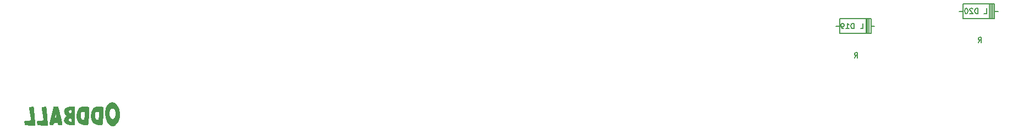
<source format=gbr>
G04 #@! TF.GenerationSoftware,KiCad,Pcbnew,(5.1.0)-1*
G04 #@! TF.CreationDate,2020-09-20T23:01:35+10:00*
G04 #@! TF.ProjectId,oddball,6f646462-616c-46c2-9e6b-696361645f70,rev?*
G04 #@! TF.SameCoordinates,Original*
G04 #@! TF.FileFunction,Legend,Bot*
G04 #@! TF.FilePolarity,Positive*
%FSLAX46Y46*%
G04 Gerber Fmt 4.6, Leading zero omitted, Abs format (unit mm)*
G04 Created by KiCad (PCBNEW (5.1.0)-1) date 2020-09-20 23:01:35*
%MOMM*%
%LPD*%
G04 APERTURE LIST*
%ADD10C,0.203200*%
%ADD11C,0.150000*%
%ADD12C,0.010000*%
G04 APERTURE END LIST*
D10*
X212863000Y-99370000D02*
X213434500Y-99370000D01*
X208037000Y-99370000D02*
X207465500Y-99370000D01*
X208037000Y-98227000D02*
X208037000Y-100513000D01*
X212863000Y-100513000D02*
X212863000Y-98227000D01*
X208037000Y-100513000D02*
X212863000Y-100513000D01*
X212863000Y-98227000D02*
X208037000Y-98227000D01*
D11*
X212600000Y-100470000D02*
X212600000Y-98270000D01*
X212100000Y-100520000D02*
X212100000Y-98320000D01*
X212350000Y-98320000D02*
X212350000Y-100520000D01*
D10*
X231883000Y-97060000D02*
X232454500Y-97060000D01*
X227057000Y-97060000D02*
X226485500Y-97060000D01*
X227057000Y-95917000D02*
X227057000Y-98203000D01*
X231883000Y-98203000D02*
X231883000Y-95917000D01*
X227057000Y-98203000D02*
X231883000Y-98203000D01*
X231883000Y-95917000D02*
X227057000Y-95917000D01*
D11*
X231620000Y-98160000D02*
X231620000Y-95960000D01*
X231120000Y-98210000D02*
X231120000Y-96010000D01*
X231370000Y-96010000D02*
X231370000Y-98210000D01*
D12*
G36*
X89878596Y-111800639D02*
G01*
X89875166Y-111800709D01*
X89763810Y-111805699D01*
X89655353Y-111815810D01*
X89550448Y-111830825D01*
X89449747Y-111850527D01*
X89353904Y-111874701D01*
X89263572Y-111903130D01*
X89179404Y-111935597D01*
X89102052Y-111971886D01*
X89032169Y-112011781D01*
X88970409Y-112055066D01*
X88917424Y-112101523D01*
X88894592Y-112125686D01*
X88844911Y-112188636D01*
X88804855Y-112254245D01*
X88774213Y-112323079D01*
X88752771Y-112395703D01*
X88740319Y-112472682D01*
X88736621Y-112546862D01*
X88740679Y-112628800D01*
X88753355Y-112706755D01*
X88774976Y-112781702D01*
X88805865Y-112854615D01*
X88846349Y-112926465D01*
X88879945Y-112975793D01*
X88890145Y-112988380D01*
X88906465Y-113006779D01*
X88927724Y-113029736D01*
X88952741Y-113055999D01*
X88980333Y-113084315D01*
X89009319Y-113113431D01*
X89016101Y-113120150D01*
X89126781Y-113229521D01*
X89040280Y-113323350D01*
X88991062Y-113377539D01*
X88948618Y-113426128D01*
X88912109Y-113470243D01*
X88880693Y-113511011D01*
X88853534Y-113549560D01*
X88829789Y-113587016D01*
X88808621Y-113624507D01*
X88792910Y-113655422D01*
X88765684Y-113717054D01*
X88746115Y-113774923D01*
X88733690Y-113831302D01*
X88727894Y-113888465D01*
X88727944Y-113942960D01*
X88733362Y-114002094D01*
X88744700Y-114058021D01*
X88762535Y-114112027D01*
X88787447Y-114165397D01*
X88820014Y-114219419D01*
X88860815Y-114275378D01*
X88897584Y-114319875D01*
X88955227Y-114378976D01*
X89020610Y-114431717D01*
X89093772Y-114478116D01*
X89174749Y-114518187D01*
X89263580Y-114551947D01*
X89360302Y-114579412D01*
X89464955Y-114600597D01*
X89577575Y-114615519D01*
X89607740Y-114618338D01*
X89639154Y-114620315D01*
X89679612Y-114621693D01*
X89728018Y-114622481D01*
X89783274Y-114622686D01*
X89844284Y-114622317D01*
X89909950Y-114621382D01*
X89979175Y-114619888D01*
X90050862Y-114617844D01*
X90123914Y-114615257D01*
X90144950Y-114614417D01*
X90331640Y-114606766D01*
X90331640Y-114093720D01*
X89869314Y-114093720D01*
X89869196Y-114129047D01*
X89868622Y-114159159D01*
X89867565Y-114182907D01*
X89865998Y-114199141D01*
X89863893Y-114206709D01*
X89863188Y-114207120D01*
X89856447Y-114206194D01*
X89841412Y-114203619D01*
X89819757Y-114199699D01*
X89793160Y-114194737D01*
X89763296Y-114189036D01*
X89763155Y-114189008D01*
X89697958Y-114175366D01*
X89641748Y-114161206D01*
X89593352Y-114146113D01*
X89551597Y-114129669D01*
X89515309Y-114111458D01*
X89483317Y-114091064D01*
X89479410Y-114088229D01*
X89442696Y-114055565D01*
X89415015Y-114018396D01*
X89396395Y-113976920D01*
X89386862Y-113931334D01*
X89386445Y-113881836D01*
X89395170Y-113828623D01*
X89413064Y-113771893D01*
X89430373Y-113731640D01*
X89450533Y-113697777D01*
X89476684Y-113669379D01*
X89509518Y-113646064D01*
X89549723Y-113627446D01*
X89597991Y-113613141D01*
X89655012Y-113602765D01*
X89663942Y-113601577D01*
X89712342Y-113598835D01*
X89756114Y-113603335D01*
X89793995Y-113614918D01*
X89802463Y-113618937D01*
X89819073Y-113628770D01*
X89830989Y-113639783D01*
X89839413Y-113654134D01*
X89845547Y-113673980D01*
X89850592Y-113701478D01*
X89851380Y-113706740D01*
X89854330Y-113730942D01*
X89857095Y-113761434D01*
X89859649Y-113797064D01*
X89861963Y-113836681D01*
X89864012Y-113879136D01*
X89865767Y-113923279D01*
X89867202Y-113967959D01*
X89868290Y-114012026D01*
X89869003Y-114054330D01*
X89869314Y-114093720D01*
X90331640Y-114093720D01*
X90331640Y-112474278D01*
X89866779Y-112474278D01*
X89866572Y-112511248D01*
X89865872Y-112548084D01*
X89864681Y-112583073D01*
X89863000Y-112614503D01*
X89860831Y-112640659D01*
X89860044Y-112647560D01*
X89853842Y-112691640D01*
X89847088Y-112726724D01*
X89839305Y-112753973D01*
X89830018Y-112774549D01*
X89818752Y-112789614D01*
X89805030Y-112800332D01*
X89795584Y-112805090D01*
X89758510Y-112817408D01*
X89712741Y-112826252D01*
X89658004Y-112831657D01*
X89594026Y-112833658D01*
X89574720Y-112833616D01*
X89544399Y-112833163D01*
X89522214Y-112832256D01*
X89506145Y-112830662D01*
X89494172Y-112828148D01*
X89484273Y-112824484D01*
X89480791Y-112822820D01*
X89466214Y-112812497D01*
X89453267Y-112796428D01*
X89441410Y-112773549D01*
X89430108Y-112742796D01*
X89418821Y-112703103D01*
X89417319Y-112697198D01*
X89402819Y-112630101D01*
X89395001Y-112570397D01*
X89393884Y-112517808D01*
X89399485Y-112472059D01*
X89411824Y-112432870D01*
X89430920Y-112399966D01*
X89438097Y-112391132D01*
X89467718Y-112364269D01*
X89506237Y-112340792D01*
X89552861Y-112321044D01*
X89606794Y-112305365D01*
X89661903Y-112294871D01*
X89698802Y-112289976D01*
X89728375Y-112287585D01*
X89753143Y-112287695D01*
X89775628Y-112290305D01*
X89795903Y-112294766D01*
X89825203Y-112306084D01*
X89846257Y-112322861D01*
X89859693Y-112345611D01*
X89860353Y-112347407D01*
X89862639Y-112359340D01*
X89864422Y-112379707D01*
X89865706Y-112406795D01*
X89866491Y-112438890D01*
X89866779Y-112474278D01*
X90331640Y-112474278D01*
X90331640Y-111845734D01*
X90295628Y-111837543D01*
X90230266Y-111824027D01*
X90166216Y-111813717D01*
X90101252Y-111806418D01*
X90033146Y-111801936D01*
X89959669Y-111800074D01*
X89878596Y-111800639D01*
X89878596Y-111800639D01*
G37*
X89878596Y-111800639D02*
X89875166Y-111800709D01*
X89763810Y-111805699D01*
X89655353Y-111815810D01*
X89550448Y-111830825D01*
X89449747Y-111850527D01*
X89353904Y-111874701D01*
X89263572Y-111903130D01*
X89179404Y-111935597D01*
X89102052Y-111971886D01*
X89032169Y-112011781D01*
X88970409Y-112055066D01*
X88917424Y-112101523D01*
X88894592Y-112125686D01*
X88844911Y-112188636D01*
X88804855Y-112254245D01*
X88774213Y-112323079D01*
X88752771Y-112395703D01*
X88740319Y-112472682D01*
X88736621Y-112546862D01*
X88740679Y-112628800D01*
X88753355Y-112706755D01*
X88774976Y-112781702D01*
X88805865Y-112854615D01*
X88846349Y-112926465D01*
X88879945Y-112975793D01*
X88890145Y-112988380D01*
X88906465Y-113006779D01*
X88927724Y-113029736D01*
X88952741Y-113055999D01*
X88980333Y-113084315D01*
X89009319Y-113113431D01*
X89016101Y-113120150D01*
X89126781Y-113229521D01*
X89040280Y-113323350D01*
X88991062Y-113377539D01*
X88948618Y-113426128D01*
X88912109Y-113470243D01*
X88880693Y-113511011D01*
X88853534Y-113549560D01*
X88829789Y-113587016D01*
X88808621Y-113624507D01*
X88792910Y-113655422D01*
X88765684Y-113717054D01*
X88746115Y-113774923D01*
X88733690Y-113831302D01*
X88727894Y-113888465D01*
X88727944Y-113942960D01*
X88733362Y-114002094D01*
X88744700Y-114058021D01*
X88762535Y-114112027D01*
X88787447Y-114165397D01*
X88820014Y-114219419D01*
X88860815Y-114275378D01*
X88897584Y-114319875D01*
X88955227Y-114378976D01*
X89020610Y-114431717D01*
X89093772Y-114478116D01*
X89174749Y-114518187D01*
X89263580Y-114551947D01*
X89360302Y-114579412D01*
X89464955Y-114600597D01*
X89577575Y-114615519D01*
X89607740Y-114618338D01*
X89639154Y-114620315D01*
X89679612Y-114621693D01*
X89728018Y-114622481D01*
X89783274Y-114622686D01*
X89844284Y-114622317D01*
X89909950Y-114621382D01*
X89979175Y-114619888D01*
X90050862Y-114617844D01*
X90123914Y-114615257D01*
X90144950Y-114614417D01*
X90331640Y-114606766D01*
X90331640Y-114093720D01*
X89869314Y-114093720D01*
X89869196Y-114129047D01*
X89868622Y-114159159D01*
X89867565Y-114182907D01*
X89865998Y-114199141D01*
X89863893Y-114206709D01*
X89863188Y-114207120D01*
X89856447Y-114206194D01*
X89841412Y-114203619D01*
X89819757Y-114199699D01*
X89793160Y-114194737D01*
X89763296Y-114189036D01*
X89763155Y-114189008D01*
X89697958Y-114175366D01*
X89641748Y-114161206D01*
X89593352Y-114146113D01*
X89551597Y-114129669D01*
X89515309Y-114111458D01*
X89483317Y-114091064D01*
X89479410Y-114088229D01*
X89442696Y-114055565D01*
X89415015Y-114018396D01*
X89396395Y-113976920D01*
X89386862Y-113931334D01*
X89386445Y-113881836D01*
X89395170Y-113828623D01*
X89413064Y-113771893D01*
X89430373Y-113731640D01*
X89450533Y-113697777D01*
X89476684Y-113669379D01*
X89509518Y-113646064D01*
X89549723Y-113627446D01*
X89597991Y-113613141D01*
X89655012Y-113602765D01*
X89663942Y-113601577D01*
X89712342Y-113598835D01*
X89756114Y-113603335D01*
X89793995Y-113614918D01*
X89802463Y-113618937D01*
X89819073Y-113628770D01*
X89830989Y-113639783D01*
X89839413Y-113654134D01*
X89845547Y-113673980D01*
X89850592Y-113701478D01*
X89851380Y-113706740D01*
X89854330Y-113730942D01*
X89857095Y-113761434D01*
X89859649Y-113797064D01*
X89861963Y-113836681D01*
X89864012Y-113879136D01*
X89865767Y-113923279D01*
X89867202Y-113967959D01*
X89868290Y-114012026D01*
X89869003Y-114054330D01*
X89869314Y-114093720D01*
X90331640Y-114093720D01*
X90331640Y-112474278D01*
X89866779Y-112474278D01*
X89866572Y-112511248D01*
X89865872Y-112548084D01*
X89864681Y-112583073D01*
X89863000Y-112614503D01*
X89860831Y-112640659D01*
X89860044Y-112647560D01*
X89853842Y-112691640D01*
X89847088Y-112726724D01*
X89839305Y-112753973D01*
X89830018Y-112774549D01*
X89818752Y-112789614D01*
X89805030Y-112800332D01*
X89795584Y-112805090D01*
X89758510Y-112817408D01*
X89712741Y-112826252D01*
X89658004Y-112831657D01*
X89594026Y-112833658D01*
X89574720Y-112833616D01*
X89544399Y-112833163D01*
X89522214Y-112832256D01*
X89506145Y-112830662D01*
X89494172Y-112828148D01*
X89484273Y-112824484D01*
X89480791Y-112822820D01*
X89466214Y-112812497D01*
X89453267Y-112796428D01*
X89441410Y-112773549D01*
X89430108Y-112742796D01*
X89418821Y-112703103D01*
X89417319Y-112697198D01*
X89402819Y-112630101D01*
X89395001Y-112570397D01*
X89393884Y-112517808D01*
X89399485Y-112472059D01*
X89411824Y-112432870D01*
X89430920Y-112399966D01*
X89438097Y-112391132D01*
X89467718Y-112364269D01*
X89506237Y-112340792D01*
X89552861Y-112321044D01*
X89606794Y-112305365D01*
X89661903Y-112294871D01*
X89698802Y-112289976D01*
X89728375Y-112287585D01*
X89753143Y-112287695D01*
X89775628Y-112290305D01*
X89795903Y-112294766D01*
X89825203Y-112306084D01*
X89846257Y-112322861D01*
X89859693Y-112345611D01*
X89860353Y-112347407D01*
X89862639Y-112359340D01*
X89864422Y-112379707D01*
X89865706Y-112406795D01*
X89866491Y-112438890D01*
X89866779Y-112474278D01*
X90331640Y-112474278D01*
X90331640Y-111845734D01*
X90295628Y-111837543D01*
X90230266Y-111824027D01*
X90166216Y-111813717D01*
X90101252Y-111806418D01*
X90033146Y-111801936D01*
X89959669Y-111800074D01*
X89878596Y-111800639D01*
G36*
X87565403Y-111791120D02*
G01*
X87513686Y-111794648D01*
X87463175Y-111799037D01*
X87435198Y-111801849D01*
X87402336Y-111805468D01*
X87366082Y-111809699D01*
X87327932Y-111814346D01*
X87289381Y-111819214D01*
X87251923Y-111824109D01*
X87217053Y-111828833D01*
X87186265Y-111833193D01*
X87161055Y-111836992D01*
X87142916Y-111840035D01*
X87133344Y-111842128D01*
X87133240Y-111842162D01*
X87128445Y-111847861D01*
X87123500Y-111859697D01*
X87122369Y-111863530D01*
X87109594Y-111911301D01*
X87094774Y-111967329D01*
X87078091Y-112030899D01*
X87059727Y-112101294D01*
X87039863Y-112177800D01*
X87018680Y-112259700D01*
X86996362Y-112346279D01*
X86973088Y-112436822D01*
X86949042Y-112530612D01*
X86924403Y-112626934D01*
X86899356Y-112725072D01*
X86874080Y-112824311D01*
X86848757Y-112923935D01*
X86823570Y-113023229D01*
X86798700Y-113121476D01*
X86774328Y-113217962D01*
X86750637Y-113311970D01*
X86727807Y-113402784D01*
X86706021Y-113489690D01*
X86685460Y-113571972D01*
X86666306Y-113648913D01*
X86648741Y-113719799D01*
X86632945Y-113783913D01*
X86619102Y-113840540D01*
X86607392Y-113888964D01*
X86597998Y-113928470D01*
X86595797Y-113937880D01*
X86572400Y-114040733D01*
X86552334Y-114134009D01*
X86535596Y-114217729D01*
X86522182Y-114291914D01*
X86512088Y-114356584D01*
X86505312Y-114411759D01*
X86501848Y-114457461D01*
X86501354Y-114478208D01*
X86502411Y-114511357D01*
X86506188Y-114536553D01*
X86513531Y-114555828D01*
X86525280Y-114571212D01*
X86542280Y-114584737D01*
X86546768Y-114587640D01*
X86572425Y-114601491D01*
X86601252Y-114612396D01*
X86634544Y-114620587D01*
X86673601Y-114626296D01*
X86719717Y-114629753D01*
X86774192Y-114631192D01*
X86790880Y-114631265D01*
X86826235Y-114631168D01*
X86853341Y-114630743D01*
X86874106Y-114629828D01*
X86890441Y-114628263D01*
X86904255Y-114625888D01*
X86917456Y-114622540D01*
X86926304Y-114619865D01*
X86947600Y-114612301D01*
X86963030Y-114603989D01*
X86976718Y-114592347D01*
X86985980Y-114582500D01*
X86994060Y-114573149D01*
X87001390Y-114563546D01*
X87008720Y-114552334D01*
X87016797Y-114538151D01*
X87026370Y-114519638D01*
X87038189Y-114495433D01*
X87053000Y-114464178D01*
X87063950Y-114440800D01*
X87086982Y-114398987D01*
X87112597Y-114366777D01*
X87141037Y-114343887D01*
X87153203Y-114337304D01*
X87181683Y-114325952D01*
X87217425Y-114315069D01*
X87258989Y-114304825D01*
X87304933Y-114295395D01*
X87353817Y-114286951D01*
X87404200Y-114279665D01*
X87454642Y-114273709D01*
X87503701Y-114269257D01*
X87549937Y-114266480D01*
X87591910Y-114265552D01*
X87628177Y-114266645D01*
X87657299Y-114269931D01*
X87675748Y-114274726D01*
X87696576Y-114285386D01*
X87715121Y-114300893D01*
X87731945Y-114322190D01*
X87747611Y-114350221D01*
X87762680Y-114385928D01*
X87777714Y-114430254D01*
X87786878Y-114461120D01*
X87801653Y-114508880D01*
X87816075Y-114546999D01*
X87830385Y-114575976D01*
X87844820Y-114596312D01*
X87856337Y-114606509D01*
X87870435Y-114613453D01*
X87889724Y-114619950D01*
X87904597Y-114623483D01*
X87921206Y-114625598D01*
X87946029Y-114627453D01*
X87977121Y-114629016D01*
X88012539Y-114630252D01*
X88050337Y-114631128D01*
X88088573Y-114631610D01*
X88125303Y-114631664D01*
X88158581Y-114631256D01*
X88186465Y-114630354D01*
X88207010Y-114628923D01*
X88208569Y-114628751D01*
X88263266Y-114620318D01*
X88308647Y-114608640D01*
X88345065Y-114593593D01*
X88372870Y-114575055D01*
X88379117Y-114569265D01*
X88388515Y-114558999D01*
X88393632Y-114549645D01*
X88395752Y-114537465D01*
X88396160Y-114519682D01*
X88394835Y-114496410D01*
X88390857Y-114463403D01*
X88384226Y-114420656D01*
X88374941Y-114368163D01*
X88362999Y-114305918D01*
X88348401Y-114233915D01*
X88331145Y-114152149D01*
X88311229Y-114060613D01*
X88288652Y-113959301D01*
X88263414Y-113848209D01*
X88235512Y-113727329D01*
X88204947Y-113596657D01*
X88175725Y-113473060D01*
X88157952Y-113398545D01*
X87542280Y-113398545D01*
X87540924Y-113440101D01*
X87536625Y-113473331D01*
X87528754Y-113499082D01*
X87516687Y-113518199D01*
X87499796Y-113531528D01*
X87477454Y-113539917D01*
X87449035Y-113544211D01*
X87413913Y-113545256D01*
X87395400Y-113544881D01*
X87366190Y-113543525D01*
X87344128Y-113541243D01*
X87326216Y-113537564D01*
X87309453Y-113532014D01*
X87306681Y-113530922D01*
X87283741Y-113519281D01*
X87267439Y-113504705D01*
X87257380Y-113485983D01*
X87253171Y-113461906D01*
X87254417Y-113431265D01*
X87260723Y-113392850D01*
X87261087Y-113391075D01*
X87278576Y-113319623D01*
X87301805Y-113247861D01*
X87331564Y-113173546D01*
X87357352Y-113117460D01*
X87377174Y-113079101D01*
X87395156Y-113050378D01*
X87411651Y-113031003D01*
X87427012Y-113020692D01*
X87441593Y-113019159D01*
X87455745Y-113026117D01*
X87462471Y-113032370D01*
X87480436Y-113057238D01*
X87496625Y-113091088D01*
X87510772Y-113132853D01*
X87522612Y-113181469D01*
X87531877Y-113235868D01*
X87538301Y-113294986D01*
X87541318Y-113347817D01*
X87542280Y-113398545D01*
X88157952Y-113398545D01*
X88135878Y-113306007D01*
X88097744Y-113147610D01*
X88061344Y-112997954D01*
X88026701Y-112857122D01*
X87993838Y-112725199D01*
X87962776Y-112602269D01*
X87933539Y-112488417D01*
X87906148Y-112383727D01*
X87880627Y-112288284D01*
X87856996Y-112202173D01*
X87835280Y-112125477D01*
X87815500Y-112058281D01*
X87797679Y-112000670D01*
X87781838Y-111952727D01*
X87768002Y-111914538D01*
X87756191Y-111886187D01*
X87752781Y-111879083D01*
X87735126Y-111848640D01*
X87715659Y-111823217D01*
X87695885Y-111804564D01*
X87681314Y-111795883D01*
X87665355Y-111791870D01*
X87640926Y-111789735D01*
X87607712Y-111789483D01*
X87565403Y-111791120D01*
X87565403Y-111791120D01*
G37*
X87565403Y-111791120D02*
X87513686Y-111794648D01*
X87463175Y-111799037D01*
X87435198Y-111801849D01*
X87402336Y-111805468D01*
X87366082Y-111809699D01*
X87327932Y-111814346D01*
X87289381Y-111819214D01*
X87251923Y-111824109D01*
X87217053Y-111828833D01*
X87186265Y-111833193D01*
X87161055Y-111836992D01*
X87142916Y-111840035D01*
X87133344Y-111842128D01*
X87133240Y-111842162D01*
X87128445Y-111847861D01*
X87123500Y-111859697D01*
X87122369Y-111863530D01*
X87109594Y-111911301D01*
X87094774Y-111967329D01*
X87078091Y-112030899D01*
X87059727Y-112101294D01*
X87039863Y-112177800D01*
X87018680Y-112259700D01*
X86996362Y-112346279D01*
X86973088Y-112436822D01*
X86949042Y-112530612D01*
X86924403Y-112626934D01*
X86899356Y-112725072D01*
X86874080Y-112824311D01*
X86848757Y-112923935D01*
X86823570Y-113023229D01*
X86798700Y-113121476D01*
X86774328Y-113217962D01*
X86750637Y-113311970D01*
X86727807Y-113402784D01*
X86706021Y-113489690D01*
X86685460Y-113571972D01*
X86666306Y-113648913D01*
X86648741Y-113719799D01*
X86632945Y-113783913D01*
X86619102Y-113840540D01*
X86607392Y-113888964D01*
X86597998Y-113928470D01*
X86595797Y-113937880D01*
X86572400Y-114040733D01*
X86552334Y-114134009D01*
X86535596Y-114217729D01*
X86522182Y-114291914D01*
X86512088Y-114356584D01*
X86505312Y-114411759D01*
X86501848Y-114457461D01*
X86501354Y-114478208D01*
X86502411Y-114511357D01*
X86506188Y-114536553D01*
X86513531Y-114555828D01*
X86525280Y-114571212D01*
X86542280Y-114584737D01*
X86546768Y-114587640D01*
X86572425Y-114601491D01*
X86601252Y-114612396D01*
X86634544Y-114620587D01*
X86673601Y-114626296D01*
X86719717Y-114629753D01*
X86774192Y-114631192D01*
X86790880Y-114631265D01*
X86826235Y-114631168D01*
X86853341Y-114630743D01*
X86874106Y-114629828D01*
X86890441Y-114628263D01*
X86904255Y-114625888D01*
X86917456Y-114622540D01*
X86926304Y-114619865D01*
X86947600Y-114612301D01*
X86963030Y-114603989D01*
X86976718Y-114592347D01*
X86985980Y-114582500D01*
X86994060Y-114573149D01*
X87001390Y-114563546D01*
X87008720Y-114552334D01*
X87016797Y-114538151D01*
X87026370Y-114519638D01*
X87038189Y-114495433D01*
X87053000Y-114464178D01*
X87063950Y-114440800D01*
X87086982Y-114398987D01*
X87112597Y-114366777D01*
X87141037Y-114343887D01*
X87153203Y-114337304D01*
X87181683Y-114325952D01*
X87217425Y-114315069D01*
X87258989Y-114304825D01*
X87304933Y-114295395D01*
X87353817Y-114286951D01*
X87404200Y-114279665D01*
X87454642Y-114273709D01*
X87503701Y-114269257D01*
X87549937Y-114266480D01*
X87591910Y-114265552D01*
X87628177Y-114266645D01*
X87657299Y-114269931D01*
X87675748Y-114274726D01*
X87696576Y-114285386D01*
X87715121Y-114300893D01*
X87731945Y-114322190D01*
X87747611Y-114350221D01*
X87762680Y-114385928D01*
X87777714Y-114430254D01*
X87786878Y-114461120D01*
X87801653Y-114508880D01*
X87816075Y-114546999D01*
X87830385Y-114575976D01*
X87844820Y-114596312D01*
X87856337Y-114606509D01*
X87870435Y-114613453D01*
X87889724Y-114619950D01*
X87904597Y-114623483D01*
X87921206Y-114625598D01*
X87946029Y-114627453D01*
X87977121Y-114629016D01*
X88012539Y-114630252D01*
X88050337Y-114631128D01*
X88088573Y-114631610D01*
X88125303Y-114631664D01*
X88158581Y-114631256D01*
X88186465Y-114630354D01*
X88207010Y-114628923D01*
X88208569Y-114628751D01*
X88263266Y-114620318D01*
X88308647Y-114608640D01*
X88345065Y-114593593D01*
X88372870Y-114575055D01*
X88379117Y-114569265D01*
X88388515Y-114558999D01*
X88393632Y-114549645D01*
X88395752Y-114537465D01*
X88396160Y-114519682D01*
X88394835Y-114496410D01*
X88390857Y-114463403D01*
X88384226Y-114420656D01*
X88374941Y-114368163D01*
X88362999Y-114305918D01*
X88348401Y-114233915D01*
X88331145Y-114152149D01*
X88311229Y-114060613D01*
X88288652Y-113959301D01*
X88263414Y-113848209D01*
X88235512Y-113727329D01*
X88204947Y-113596657D01*
X88175725Y-113473060D01*
X88157952Y-113398545D01*
X87542280Y-113398545D01*
X87540924Y-113440101D01*
X87536625Y-113473331D01*
X87528754Y-113499082D01*
X87516687Y-113518199D01*
X87499796Y-113531528D01*
X87477454Y-113539917D01*
X87449035Y-113544211D01*
X87413913Y-113545256D01*
X87395400Y-113544881D01*
X87366190Y-113543525D01*
X87344128Y-113541243D01*
X87326216Y-113537564D01*
X87309453Y-113532014D01*
X87306681Y-113530922D01*
X87283741Y-113519281D01*
X87267439Y-113504705D01*
X87257380Y-113485983D01*
X87253171Y-113461906D01*
X87254417Y-113431265D01*
X87260723Y-113392850D01*
X87261087Y-113391075D01*
X87278576Y-113319623D01*
X87301805Y-113247861D01*
X87331564Y-113173546D01*
X87357352Y-113117460D01*
X87377174Y-113079101D01*
X87395156Y-113050378D01*
X87411651Y-113031003D01*
X87427012Y-113020692D01*
X87441593Y-113019159D01*
X87455745Y-113026117D01*
X87462471Y-113032370D01*
X87480436Y-113057238D01*
X87496625Y-113091088D01*
X87510772Y-113132853D01*
X87522612Y-113181469D01*
X87531877Y-113235868D01*
X87538301Y-113294986D01*
X87541318Y-113347817D01*
X87542280Y-113398545D01*
X88157952Y-113398545D01*
X88135878Y-113306007D01*
X88097744Y-113147610D01*
X88061344Y-112997954D01*
X88026701Y-112857122D01*
X87993838Y-112725199D01*
X87962776Y-112602269D01*
X87933539Y-112488417D01*
X87906148Y-112383727D01*
X87880627Y-112288284D01*
X87856996Y-112202173D01*
X87835280Y-112125477D01*
X87815500Y-112058281D01*
X87797679Y-112000670D01*
X87781838Y-111952727D01*
X87768002Y-111914538D01*
X87756191Y-111886187D01*
X87752781Y-111879083D01*
X87735126Y-111848640D01*
X87715659Y-111823217D01*
X87695885Y-111804564D01*
X87681314Y-111795883D01*
X87665355Y-111791870D01*
X87640926Y-111789735D01*
X87607712Y-111789483D01*
X87565403Y-111791120D01*
G36*
X91671853Y-111830515D02*
G01*
X91613504Y-111832973D01*
X91559456Y-111837503D01*
X91508761Y-111844150D01*
X91460469Y-111852964D01*
X91413628Y-111863992D01*
X91367291Y-111877280D01*
X91348859Y-111883181D01*
X91276396Y-111909542D01*
X91211981Y-111938648D01*
X91153620Y-111971697D01*
X91099318Y-112009885D01*
X91047081Y-112054411D01*
X91019757Y-112080781D01*
X90961540Y-112145505D01*
X90908747Y-112217627D01*
X90861303Y-112297340D01*
X90819135Y-112384836D01*
X90782167Y-112480309D01*
X90750325Y-112583953D01*
X90723533Y-112695959D01*
X90701717Y-112816521D01*
X90684920Y-112944740D01*
X90676761Y-113032661D01*
X90670989Y-113123122D01*
X90667592Y-113214444D01*
X90666560Y-113304951D01*
X90667879Y-113392966D01*
X90671538Y-113476813D01*
X90677524Y-113554814D01*
X90685827Y-113625292D01*
X90689958Y-113651986D01*
X90712319Y-113761762D01*
X90741471Y-113864071D01*
X90777579Y-113959149D01*
X90820808Y-114047233D01*
X90871324Y-114128558D01*
X90929291Y-114203359D01*
X90994875Y-114271873D01*
X91068240Y-114334335D01*
X91149552Y-114390981D01*
X91238975Y-114442047D01*
X91245526Y-114445410D01*
X91314427Y-114478271D01*
X91385270Y-114507373D01*
X91459940Y-114533353D01*
X91540323Y-114556849D01*
X91628306Y-114578499D01*
X91659510Y-114585386D01*
X91714865Y-114596745D01*
X91774600Y-114608031D01*
X91836908Y-114618967D01*
X91899982Y-114629281D01*
X91962018Y-114638695D01*
X92021208Y-114646935D01*
X92075746Y-114653727D01*
X92123826Y-114658794D01*
X92160440Y-114661675D01*
X92185153Y-114663182D01*
X92209310Y-114664670D01*
X92228864Y-114665889D01*
X92234100Y-114666221D01*
X92253558Y-114666510D01*
X92276915Y-114665544D01*
X92292520Y-114664209D01*
X92315447Y-114661237D01*
X92330497Y-114657436D01*
X92339939Y-114651357D01*
X92346037Y-114641550D01*
X92350981Y-114626833D01*
X92358240Y-114597596D01*
X92365886Y-114558751D01*
X92373872Y-114510840D01*
X92382150Y-114454407D01*
X92390673Y-114389994D01*
X92399393Y-114318144D01*
X92408264Y-114239399D01*
X92417238Y-114154303D01*
X92426269Y-114063398D01*
X92435307Y-113967227D01*
X92444308Y-113866333D01*
X92453222Y-113761258D01*
X92462004Y-113652545D01*
X92470605Y-113540736D01*
X92478978Y-113426376D01*
X92487077Y-113310005D01*
X92494854Y-113192168D01*
X92502261Y-113073406D01*
X92509252Y-112954262D01*
X92514651Y-112855840D01*
X91906250Y-112855840D01*
X91905641Y-112939420D01*
X91903717Y-113023658D01*
X91900563Y-113107856D01*
X91896265Y-113191317D01*
X91890907Y-113273347D01*
X91884574Y-113353247D01*
X91877352Y-113430322D01*
X91869324Y-113503875D01*
X91860577Y-113573210D01*
X91851195Y-113637630D01*
X91841263Y-113696438D01*
X91830866Y-113748940D01*
X91820089Y-113794437D01*
X91809016Y-113832234D01*
X91797734Y-113861634D01*
X91786327Y-113881940D01*
X91780241Y-113888794D01*
X91761624Y-113899755D01*
X91735653Y-113907158D01*
X91704562Y-113910807D01*
X91670582Y-113910507D01*
X91635948Y-113906062D01*
X91621029Y-113902731D01*
X91566460Y-113884390D01*
X91511258Y-113857748D01*
X91457499Y-113824276D01*
X91407259Y-113785448D01*
X91362614Y-113742736D01*
X91325640Y-113697613D01*
X91319701Y-113688960D01*
X91292657Y-113641007D01*
X91269265Y-113584465D01*
X91249699Y-113520288D01*
X91234133Y-113449433D01*
X91222742Y-113372856D01*
X91215699Y-113291514D01*
X91213179Y-113206361D01*
X91215356Y-113118355D01*
X91215435Y-113116834D01*
X91221646Y-113024775D01*
X91230209Y-112940280D01*
X91241046Y-112863775D01*
X91254080Y-112795687D01*
X91269232Y-112736442D01*
X91286425Y-112686466D01*
X91298926Y-112658622D01*
X91316542Y-112629490D01*
X91336840Y-112605666D01*
X91358265Y-112588644D01*
X91379262Y-112579918D01*
X91381198Y-112579571D01*
X91402869Y-112576592D01*
X91432409Y-112573102D01*
X91467554Y-112569316D01*
X91506039Y-112565448D01*
X91545601Y-112561715D01*
X91583975Y-112558332D01*
X91618896Y-112555513D01*
X91648099Y-112553475D01*
X91665140Y-112552577D01*
X91692471Y-112551711D01*
X91713355Y-112551936D01*
X91731480Y-112553672D01*
X91750537Y-112557336D01*
X91774216Y-112563348D01*
X91784381Y-112566113D01*
X91809218Y-112573423D01*
X91832085Y-112581054D01*
X91850226Y-112588032D01*
X91859956Y-112592777D01*
X91871198Y-112601349D01*
X91880540Y-112612539D01*
X91888142Y-112627258D01*
X91894165Y-112646420D01*
X91898770Y-112670937D01*
X91902117Y-112701722D01*
X91904367Y-112739688D01*
X91905681Y-112785748D01*
X91906218Y-112840815D01*
X91906250Y-112855840D01*
X92514651Y-112855840D01*
X92515779Y-112835280D01*
X92521795Y-112717002D01*
X92527057Y-112604380D01*
X92528037Y-112578099D01*
X92528962Y-112545038D01*
X92529826Y-112506183D01*
X92530623Y-112462523D01*
X92531346Y-112415043D01*
X92531991Y-112364732D01*
X92532551Y-112312576D01*
X92533020Y-112259562D01*
X92533392Y-112206678D01*
X92533662Y-112154910D01*
X92533823Y-112105247D01*
X92533870Y-112058674D01*
X92533797Y-112016180D01*
X92533597Y-111978751D01*
X92533265Y-111947374D01*
X92532795Y-111923037D01*
X92532181Y-111906727D01*
X92531417Y-111899430D01*
X92531280Y-111899166D01*
X92525660Y-111897931D01*
X92511114Y-111895810D01*
X92488825Y-111892932D01*
X92459976Y-111889427D01*
X92425750Y-111885425D01*
X92387330Y-111881055D01*
X92345899Y-111876448D01*
X92302639Y-111871733D01*
X92258735Y-111867039D01*
X92215369Y-111862497D01*
X92173724Y-111858236D01*
X92134983Y-111854386D01*
X92100330Y-111851077D01*
X92070946Y-111848437D01*
X92061380Y-111847635D01*
X91967271Y-111840448D01*
X91882214Y-111835095D01*
X91805259Y-111831623D01*
X91735455Y-111830081D01*
X91671853Y-111830515D01*
X91671853Y-111830515D01*
G37*
X91671853Y-111830515D02*
X91613504Y-111832973D01*
X91559456Y-111837503D01*
X91508761Y-111844150D01*
X91460469Y-111852964D01*
X91413628Y-111863992D01*
X91367291Y-111877280D01*
X91348859Y-111883181D01*
X91276396Y-111909542D01*
X91211981Y-111938648D01*
X91153620Y-111971697D01*
X91099318Y-112009885D01*
X91047081Y-112054411D01*
X91019757Y-112080781D01*
X90961540Y-112145505D01*
X90908747Y-112217627D01*
X90861303Y-112297340D01*
X90819135Y-112384836D01*
X90782167Y-112480309D01*
X90750325Y-112583953D01*
X90723533Y-112695959D01*
X90701717Y-112816521D01*
X90684920Y-112944740D01*
X90676761Y-113032661D01*
X90670989Y-113123122D01*
X90667592Y-113214444D01*
X90666560Y-113304951D01*
X90667879Y-113392966D01*
X90671538Y-113476813D01*
X90677524Y-113554814D01*
X90685827Y-113625292D01*
X90689958Y-113651986D01*
X90712319Y-113761762D01*
X90741471Y-113864071D01*
X90777579Y-113959149D01*
X90820808Y-114047233D01*
X90871324Y-114128558D01*
X90929291Y-114203359D01*
X90994875Y-114271873D01*
X91068240Y-114334335D01*
X91149552Y-114390981D01*
X91238975Y-114442047D01*
X91245526Y-114445410D01*
X91314427Y-114478271D01*
X91385270Y-114507373D01*
X91459940Y-114533353D01*
X91540323Y-114556849D01*
X91628306Y-114578499D01*
X91659510Y-114585386D01*
X91714865Y-114596745D01*
X91774600Y-114608031D01*
X91836908Y-114618967D01*
X91899982Y-114629281D01*
X91962018Y-114638695D01*
X92021208Y-114646935D01*
X92075746Y-114653727D01*
X92123826Y-114658794D01*
X92160440Y-114661675D01*
X92185153Y-114663182D01*
X92209310Y-114664670D01*
X92228864Y-114665889D01*
X92234100Y-114666221D01*
X92253558Y-114666510D01*
X92276915Y-114665544D01*
X92292520Y-114664209D01*
X92315447Y-114661237D01*
X92330497Y-114657436D01*
X92339939Y-114651357D01*
X92346037Y-114641550D01*
X92350981Y-114626833D01*
X92358240Y-114597596D01*
X92365886Y-114558751D01*
X92373872Y-114510840D01*
X92382150Y-114454407D01*
X92390673Y-114389994D01*
X92399393Y-114318144D01*
X92408264Y-114239399D01*
X92417238Y-114154303D01*
X92426269Y-114063398D01*
X92435307Y-113967227D01*
X92444308Y-113866333D01*
X92453222Y-113761258D01*
X92462004Y-113652545D01*
X92470605Y-113540736D01*
X92478978Y-113426376D01*
X92487077Y-113310005D01*
X92494854Y-113192168D01*
X92502261Y-113073406D01*
X92509252Y-112954262D01*
X92514651Y-112855840D01*
X91906250Y-112855840D01*
X91905641Y-112939420D01*
X91903717Y-113023658D01*
X91900563Y-113107856D01*
X91896265Y-113191317D01*
X91890907Y-113273347D01*
X91884574Y-113353247D01*
X91877352Y-113430322D01*
X91869324Y-113503875D01*
X91860577Y-113573210D01*
X91851195Y-113637630D01*
X91841263Y-113696438D01*
X91830866Y-113748940D01*
X91820089Y-113794437D01*
X91809016Y-113832234D01*
X91797734Y-113861634D01*
X91786327Y-113881940D01*
X91780241Y-113888794D01*
X91761624Y-113899755D01*
X91735653Y-113907158D01*
X91704562Y-113910807D01*
X91670582Y-113910507D01*
X91635948Y-113906062D01*
X91621029Y-113902731D01*
X91566460Y-113884390D01*
X91511258Y-113857748D01*
X91457499Y-113824276D01*
X91407259Y-113785448D01*
X91362614Y-113742736D01*
X91325640Y-113697613D01*
X91319701Y-113688960D01*
X91292657Y-113641007D01*
X91269265Y-113584465D01*
X91249699Y-113520288D01*
X91234133Y-113449433D01*
X91222742Y-113372856D01*
X91215699Y-113291514D01*
X91213179Y-113206361D01*
X91215356Y-113118355D01*
X91215435Y-113116834D01*
X91221646Y-113024775D01*
X91230209Y-112940280D01*
X91241046Y-112863775D01*
X91254080Y-112795687D01*
X91269232Y-112736442D01*
X91286425Y-112686466D01*
X91298926Y-112658622D01*
X91316542Y-112629490D01*
X91336840Y-112605666D01*
X91358265Y-112588644D01*
X91379262Y-112579918D01*
X91381198Y-112579571D01*
X91402869Y-112576592D01*
X91432409Y-112573102D01*
X91467554Y-112569316D01*
X91506039Y-112565448D01*
X91545601Y-112561715D01*
X91583975Y-112558332D01*
X91618896Y-112555513D01*
X91648099Y-112553475D01*
X91665140Y-112552577D01*
X91692471Y-112551711D01*
X91713355Y-112551936D01*
X91731480Y-112553672D01*
X91750537Y-112557336D01*
X91774216Y-112563348D01*
X91784381Y-112566113D01*
X91809218Y-112573423D01*
X91832085Y-112581054D01*
X91850226Y-112588032D01*
X91859956Y-112592777D01*
X91871198Y-112601349D01*
X91880540Y-112612539D01*
X91888142Y-112627258D01*
X91894165Y-112646420D01*
X91898770Y-112670937D01*
X91902117Y-112701722D01*
X91904367Y-112739688D01*
X91905681Y-112785748D01*
X91906218Y-112840815D01*
X91906250Y-112855840D01*
X92514651Y-112855840D01*
X92515779Y-112835280D01*
X92521795Y-112717002D01*
X92527057Y-112604380D01*
X92528037Y-112578099D01*
X92528962Y-112545038D01*
X92529826Y-112506183D01*
X92530623Y-112462523D01*
X92531346Y-112415043D01*
X92531991Y-112364732D01*
X92532551Y-112312576D01*
X92533020Y-112259562D01*
X92533392Y-112206678D01*
X92533662Y-112154910D01*
X92533823Y-112105247D01*
X92533870Y-112058674D01*
X92533797Y-112016180D01*
X92533597Y-111978751D01*
X92533265Y-111947374D01*
X92532795Y-111923037D01*
X92532181Y-111906727D01*
X92531417Y-111899430D01*
X92531280Y-111899166D01*
X92525660Y-111897931D01*
X92511114Y-111895810D01*
X92488825Y-111892932D01*
X92459976Y-111889427D01*
X92425750Y-111885425D01*
X92387330Y-111881055D01*
X92345899Y-111876448D01*
X92302639Y-111871733D01*
X92258735Y-111867039D01*
X92215369Y-111862497D01*
X92173724Y-111858236D01*
X92134983Y-111854386D01*
X92100330Y-111851077D01*
X92070946Y-111848437D01*
X92061380Y-111847635D01*
X91967271Y-111840448D01*
X91882214Y-111835095D01*
X91805259Y-111831623D01*
X91735455Y-111830081D01*
X91671853Y-111830515D01*
G36*
X93876573Y-111830515D02*
G01*
X93818224Y-111832973D01*
X93764176Y-111837503D01*
X93713481Y-111844150D01*
X93665189Y-111852964D01*
X93618348Y-111863992D01*
X93572011Y-111877280D01*
X93553579Y-111883181D01*
X93481116Y-111909542D01*
X93416701Y-111938648D01*
X93358340Y-111971697D01*
X93304038Y-112009885D01*
X93251801Y-112054411D01*
X93224477Y-112080781D01*
X93166260Y-112145505D01*
X93113467Y-112217627D01*
X93066023Y-112297340D01*
X93023855Y-112384836D01*
X92986887Y-112480309D01*
X92955045Y-112583953D01*
X92928253Y-112695959D01*
X92906437Y-112816521D01*
X92889640Y-112944740D01*
X92881481Y-113032661D01*
X92875709Y-113123122D01*
X92872312Y-113214444D01*
X92871280Y-113304951D01*
X92872599Y-113392966D01*
X92876258Y-113476813D01*
X92882244Y-113554814D01*
X92890547Y-113625292D01*
X92894678Y-113651986D01*
X92917039Y-113761762D01*
X92946191Y-113864071D01*
X92982299Y-113959149D01*
X93025528Y-114047233D01*
X93076044Y-114128558D01*
X93134011Y-114203359D01*
X93199595Y-114271873D01*
X93272960Y-114334335D01*
X93354272Y-114390981D01*
X93443695Y-114442047D01*
X93450246Y-114445410D01*
X93519147Y-114478271D01*
X93589990Y-114507373D01*
X93664660Y-114533353D01*
X93745043Y-114556849D01*
X93833026Y-114578499D01*
X93864230Y-114585386D01*
X93919585Y-114596745D01*
X93979320Y-114608031D01*
X94041628Y-114618967D01*
X94104702Y-114629281D01*
X94166738Y-114638695D01*
X94225928Y-114646935D01*
X94280466Y-114653727D01*
X94328546Y-114658794D01*
X94365160Y-114661675D01*
X94389873Y-114663182D01*
X94414030Y-114664670D01*
X94433584Y-114665889D01*
X94438820Y-114666221D01*
X94458278Y-114666510D01*
X94481635Y-114665544D01*
X94497240Y-114664209D01*
X94520167Y-114661237D01*
X94535217Y-114657436D01*
X94544659Y-114651357D01*
X94550757Y-114641550D01*
X94555701Y-114626833D01*
X94562960Y-114597596D01*
X94570606Y-114558751D01*
X94578592Y-114510840D01*
X94586870Y-114454407D01*
X94595393Y-114389994D01*
X94604113Y-114318144D01*
X94612984Y-114239399D01*
X94621958Y-114154303D01*
X94630989Y-114063398D01*
X94640027Y-113967227D01*
X94649028Y-113866333D01*
X94657942Y-113761258D01*
X94666724Y-113652545D01*
X94675325Y-113540736D01*
X94683698Y-113426376D01*
X94691797Y-113310005D01*
X94699574Y-113192168D01*
X94706981Y-113073406D01*
X94713972Y-112954262D01*
X94719371Y-112855840D01*
X94110970Y-112855840D01*
X94110361Y-112939420D01*
X94108437Y-113023658D01*
X94105283Y-113107856D01*
X94100985Y-113191317D01*
X94095627Y-113273347D01*
X94089294Y-113353247D01*
X94082072Y-113430322D01*
X94074044Y-113503875D01*
X94065297Y-113573210D01*
X94055915Y-113637630D01*
X94045983Y-113696438D01*
X94035586Y-113748940D01*
X94024809Y-113794437D01*
X94013736Y-113832234D01*
X94002454Y-113861634D01*
X93991047Y-113881940D01*
X93984961Y-113888794D01*
X93966344Y-113899755D01*
X93940373Y-113907158D01*
X93909282Y-113910807D01*
X93875302Y-113910507D01*
X93840668Y-113906062D01*
X93825749Y-113902731D01*
X93771180Y-113884390D01*
X93715978Y-113857748D01*
X93662219Y-113824276D01*
X93611979Y-113785448D01*
X93567334Y-113742736D01*
X93530360Y-113697613D01*
X93524421Y-113688960D01*
X93497377Y-113641007D01*
X93473985Y-113584465D01*
X93454419Y-113520288D01*
X93438853Y-113449433D01*
X93427462Y-113372856D01*
X93420419Y-113291514D01*
X93417899Y-113206361D01*
X93420076Y-113118355D01*
X93420155Y-113116834D01*
X93426366Y-113024775D01*
X93434929Y-112940280D01*
X93445766Y-112863775D01*
X93458800Y-112795687D01*
X93473952Y-112736442D01*
X93491145Y-112686466D01*
X93503646Y-112658622D01*
X93521262Y-112629490D01*
X93541560Y-112605666D01*
X93562985Y-112588644D01*
X93583982Y-112579918D01*
X93585918Y-112579571D01*
X93607589Y-112576592D01*
X93637129Y-112573102D01*
X93672274Y-112569316D01*
X93710759Y-112565448D01*
X93750321Y-112561715D01*
X93788695Y-112558332D01*
X93823616Y-112555513D01*
X93852819Y-112553475D01*
X93869860Y-112552577D01*
X93897191Y-112551711D01*
X93918075Y-112551936D01*
X93936200Y-112553672D01*
X93955257Y-112557336D01*
X93978936Y-112563348D01*
X93989101Y-112566113D01*
X94013938Y-112573423D01*
X94036805Y-112581054D01*
X94054946Y-112588032D01*
X94064676Y-112592777D01*
X94075918Y-112601349D01*
X94085260Y-112612539D01*
X94092862Y-112627258D01*
X94098885Y-112646420D01*
X94103490Y-112670937D01*
X94106837Y-112701722D01*
X94109087Y-112739688D01*
X94110401Y-112785748D01*
X94110938Y-112840815D01*
X94110970Y-112855840D01*
X94719371Y-112855840D01*
X94720499Y-112835280D01*
X94726515Y-112717002D01*
X94731777Y-112604380D01*
X94732757Y-112578099D01*
X94733682Y-112545038D01*
X94734546Y-112506183D01*
X94735343Y-112462523D01*
X94736066Y-112415043D01*
X94736711Y-112364732D01*
X94737271Y-112312576D01*
X94737740Y-112259562D01*
X94738112Y-112206678D01*
X94738382Y-112154910D01*
X94738543Y-112105247D01*
X94738590Y-112058674D01*
X94738517Y-112016180D01*
X94738317Y-111978751D01*
X94737985Y-111947374D01*
X94737515Y-111923037D01*
X94736901Y-111906727D01*
X94736137Y-111899430D01*
X94736000Y-111899166D01*
X94730380Y-111897931D01*
X94715834Y-111895810D01*
X94693545Y-111892932D01*
X94664696Y-111889427D01*
X94630470Y-111885425D01*
X94592050Y-111881055D01*
X94550619Y-111876448D01*
X94507359Y-111871733D01*
X94463455Y-111867039D01*
X94420089Y-111862497D01*
X94378444Y-111858236D01*
X94339703Y-111854386D01*
X94305050Y-111851077D01*
X94275666Y-111848437D01*
X94266100Y-111847635D01*
X94171991Y-111840448D01*
X94086934Y-111835095D01*
X94009979Y-111831623D01*
X93940175Y-111830081D01*
X93876573Y-111830515D01*
X93876573Y-111830515D01*
G37*
X93876573Y-111830515D02*
X93818224Y-111832973D01*
X93764176Y-111837503D01*
X93713481Y-111844150D01*
X93665189Y-111852964D01*
X93618348Y-111863992D01*
X93572011Y-111877280D01*
X93553579Y-111883181D01*
X93481116Y-111909542D01*
X93416701Y-111938648D01*
X93358340Y-111971697D01*
X93304038Y-112009885D01*
X93251801Y-112054411D01*
X93224477Y-112080781D01*
X93166260Y-112145505D01*
X93113467Y-112217627D01*
X93066023Y-112297340D01*
X93023855Y-112384836D01*
X92986887Y-112480309D01*
X92955045Y-112583953D01*
X92928253Y-112695959D01*
X92906437Y-112816521D01*
X92889640Y-112944740D01*
X92881481Y-113032661D01*
X92875709Y-113123122D01*
X92872312Y-113214444D01*
X92871280Y-113304951D01*
X92872599Y-113392966D01*
X92876258Y-113476813D01*
X92882244Y-113554814D01*
X92890547Y-113625292D01*
X92894678Y-113651986D01*
X92917039Y-113761762D01*
X92946191Y-113864071D01*
X92982299Y-113959149D01*
X93025528Y-114047233D01*
X93076044Y-114128558D01*
X93134011Y-114203359D01*
X93199595Y-114271873D01*
X93272960Y-114334335D01*
X93354272Y-114390981D01*
X93443695Y-114442047D01*
X93450246Y-114445410D01*
X93519147Y-114478271D01*
X93589990Y-114507373D01*
X93664660Y-114533353D01*
X93745043Y-114556849D01*
X93833026Y-114578499D01*
X93864230Y-114585386D01*
X93919585Y-114596745D01*
X93979320Y-114608031D01*
X94041628Y-114618967D01*
X94104702Y-114629281D01*
X94166738Y-114638695D01*
X94225928Y-114646935D01*
X94280466Y-114653727D01*
X94328546Y-114658794D01*
X94365160Y-114661675D01*
X94389873Y-114663182D01*
X94414030Y-114664670D01*
X94433584Y-114665889D01*
X94438820Y-114666221D01*
X94458278Y-114666510D01*
X94481635Y-114665544D01*
X94497240Y-114664209D01*
X94520167Y-114661237D01*
X94535217Y-114657436D01*
X94544659Y-114651357D01*
X94550757Y-114641550D01*
X94555701Y-114626833D01*
X94562960Y-114597596D01*
X94570606Y-114558751D01*
X94578592Y-114510840D01*
X94586870Y-114454407D01*
X94595393Y-114389994D01*
X94604113Y-114318144D01*
X94612984Y-114239399D01*
X94621958Y-114154303D01*
X94630989Y-114063398D01*
X94640027Y-113967227D01*
X94649028Y-113866333D01*
X94657942Y-113761258D01*
X94666724Y-113652545D01*
X94675325Y-113540736D01*
X94683698Y-113426376D01*
X94691797Y-113310005D01*
X94699574Y-113192168D01*
X94706981Y-113073406D01*
X94713972Y-112954262D01*
X94719371Y-112855840D01*
X94110970Y-112855840D01*
X94110361Y-112939420D01*
X94108437Y-113023658D01*
X94105283Y-113107856D01*
X94100985Y-113191317D01*
X94095627Y-113273347D01*
X94089294Y-113353247D01*
X94082072Y-113430322D01*
X94074044Y-113503875D01*
X94065297Y-113573210D01*
X94055915Y-113637630D01*
X94045983Y-113696438D01*
X94035586Y-113748940D01*
X94024809Y-113794437D01*
X94013736Y-113832234D01*
X94002454Y-113861634D01*
X93991047Y-113881940D01*
X93984961Y-113888794D01*
X93966344Y-113899755D01*
X93940373Y-113907158D01*
X93909282Y-113910807D01*
X93875302Y-113910507D01*
X93840668Y-113906062D01*
X93825749Y-113902731D01*
X93771180Y-113884390D01*
X93715978Y-113857748D01*
X93662219Y-113824276D01*
X93611979Y-113785448D01*
X93567334Y-113742736D01*
X93530360Y-113697613D01*
X93524421Y-113688960D01*
X93497377Y-113641007D01*
X93473985Y-113584465D01*
X93454419Y-113520288D01*
X93438853Y-113449433D01*
X93427462Y-113372856D01*
X93420419Y-113291514D01*
X93417899Y-113206361D01*
X93420076Y-113118355D01*
X93420155Y-113116834D01*
X93426366Y-113024775D01*
X93434929Y-112940280D01*
X93445766Y-112863775D01*
X93458800Y-112795687D01*
X93473952Y-112736442D01*
X93491145Y-112686466D01*
X93503646Y-112658622D01*
X93521262Y-112629490D01*
X93541560Y-112605666D01*
X93562985Y-112588644D01*
X93583982Y-112579918D01*
X93585918Y-112579571D01*
X93607589Y-112576592D01*
X93637129Y-112573102D01*
X93672274Y-112569316D01*
X93710759Y-112565448D01*
X93750321Y-112561715D01*
X93788695Y-112558332D01*
X93823616Y-112555513D01*
X93852819Y-112553475D01*
X93869860Y-112552577D01*
X93897191Y-112551711D01*
X93918075Y-112551936D01*
X93936200Y-112553672D01*
X93955257Y-112557336D01*
X93978936Y-112563348D01*
X93989101Y-112566113D01*
X94013938Y-112573423D01*
X94036805Y-112581054D01*
X94054946Y-112588032D01*
X94064676Y-112592777D01*
X94075918Y-112601349D01*
X94085260Y-112612539D01*
X94092862Y-112627258D01*
X94098885Y-112646420D01*
X94103490Y-112670937D01*
X94106837Y-112701722D01*
X94109087Y-112739688D01*
X94110401Y-112785748D01*
X94110938Y-112840815D01*
X94110970Y-112855840D01*
X94719371Y-112855840D01*
X94720499Y-112835280D01*
X94726515Y-112717002D01*
X94731777Y-112604380D01*
X94732757Y-112578099D01*
X94733682Y-112545038D01*
X94734546Y-112506183D01*
X94735343Y-112462523D01*
X94736066Y-112415043D01*
X94736711Y-112364732D01*
X94737271Y-112312576D01*
X94737740Y-112259562D01*
X94738112Y-112206678D01*
X94738382Y-112154910D01*
X94738543Y-112105247D01*
X94738590Y-112058674D01*
X94738517Y-112016180D01*
X94738317Y-111978751D01*
X94737985Y-111947374D01*
X94737515Y-111923037D01*
X94736901Y-111906727D01*
X94736137Y-111899430D01*
X94736000Y-111899166D01*
X94730380Y-111897931D01*
X94715834Y-111895810D01*
X94693545Y-111892932D01*
X94664696Y-111889427D01*
X94630470Y-111885425D01*
X94592050Y-111881055D01*
X94550619Y-111876448D01*
X94507359Y-111871733D01*
X94463455Y-111867039D01*
X94420089Y-111862497D01*
X94378444Y-111858236D01*
X94339703Y-111854386D01*
X94305050Y-111851077D01*
X94275666Y-111848437D01*
X94266100Y-111847635D01*
X94171991Y-111840448D01*
X94086934Y-111835095D01*
X94009979Y-111831623D01*
X93940175Y-111830081D01*
X93876573Y-111830515D01*
G36*
X83883300Y-111870327D02*
G01*
X83812375Y-111870905D01*
X83743415Y-111872575D01*
X83677478Y-111875256D01*
X83615622Y-111878868D01*
X83558904Y-111883332D01*
X83508383Y-111888567D01*
X83465116Y-111894492D01*
X83430161Y-111901028D01*
X83410342Y-111906187D01*
X83391747Y-111912464D01*
X83380360Y-111918236D01*
X83373500Y-111925310D01*
X83369105Y-111933983D01*
X83364545Y-111952206D01*
X83362079Y-111979020D01*
X83361630Y-112013092D01*
X83363119Y-112053087D01*
X83366470Y-112097672D01*
X83371603Y-112145512D01*
X83378441Y-112195274D01*
X83386906Y-112245625D01*
X83387491Y-112248780D01*
X83391643Y-112271020D01*
X83397128Y-112300371D01*
X83403409Y-112333956D01*
X83409948Y-112368899D01*
X83414566Y-112393560D01*
X83421812Y-112433273D01*
X83429694Y-112478483D01*
X83438294Y-112529720D01*
X83447696Y-112587516D01*
X83457984Y-112652400D01*
X83469242Y-112724903D01*
X83481552Y-112805556D01*
X83494998Y-112894890D01*
X83509664Y-112993435D01*
X83519355Y-113059040D01*
X83533360Y-113153773D01*
X83546096Y-113239196D01*
X83557680Y-113316064D01*
X83568231Y-113385131D01*
X83577869Y-113447151D01*
X83586712Y-113502880D01*
X83594879Y-113553072D01*
X83602489Y-113598481D01*
X83609661Y-113639862D01*
X83616514Y-113677970D01*
X83619012Y-113691500D01*
X83629288Y-113752492D01*
X83635690Y-113804504D01*
X83638200Y-113847956D01*
X83636802Y-113883268D01*
X83631478Y-113910859D01*
X83622211Y-113931148D01*
X83608986Y-113944556D01*
X83608750Y-113944711D01*
X83588964Y-113954351D01*
X83559724Y-113963773D01*
X83521737Y-113972867D01*
X83475709Y-113981526D01*
X83422346Y-113989641D01*
X83362354Y-113997104D01*
X83296439Y-114003806D01*
X83225307Y-114009641D01*
X83156140Y-114014132D01*
X83076668Y-114019216D01*
X83001754Y-114025080D01*
X82932094Y-114031630D01*
X82868385Y-114038774D01*
X82811322Y-114046418D01*
X82761604Y-114054468D01*
X82719924Y-114062829D01*
X82686981Y-114071409D01*
X82663470Y-114080115D01*
X82662647Y-114080507D01*
X82650152Y-114087588D01*
X82641189Y-114096012D01*
X82635283Y-114107422D01*
X82631961Y-114123462D01*
X82630748Y-114145775D01*
X82631172Y-114176005D01*
X82631596Y-114188173D01*
X82632478Y-114206901D01*
X82633783Y-114225046D01*
X82635711Y-114243645D01*
X82638459Y-114263738D01*
X82642227Y-114286364D01*
X82647211Y-114312562D01*
X82653611Y-114343371D01*
X82661624Y-114379830D01*
X82671450Y-114422979D01*
X82683286Y-114473856D01*
X82697330Y-114533501D01*
X82698233Y-114537320D01*
X82725257Y-114651620D01*
X82762899Y-114655349D01*
X82772719Y-114655926D01*
X82792035Y-114656683D01*
X82820182Y-114657605D01*
X82856497Y-114658673D01*
X82900317Y-114659873D01*
X82950979Y-114661187D01*
X83007819Y-114662599D01*
X83070174Y-114664093D01*
X83137382Y-114665651D01*
X83208778Y-114667257D01*
X83283699Y-114668896D01*
X83361482Y-114670549D01*
X83425380Y-114671873D01*
X83506119Y-114673537D01*
X83585273Y-114675192D01*
X83662110Y-114676820D01*
X83735896Y-114678406D01*
X83805896Y-114679931D01*
X83871377Y-114681381D01*
X83931605Y-114682738D01*
X83985846Y-114683987D01*
X84033366Y-114685110D01*
X84073431Y-114686091D01*
X84105308Y-114686913D01*
X84128263Y-114687561D01*
X84138441Y-114687894D01*
X84226662Y-114691123D01*
X84223363Y-114651051D01*
X84222510Y-114640320D01*
X84220944Y-114620218D01*
X84218722Y-114591504D01*
X84215903Y-114554938D01*
X84212546Y-114511278D01*
X84208708Y-114461285D01*
X84204448Y-114405718D01*
X84199824Y-114345335D01*
X84194895Y-114280897D01*
X84189718Y-114213163D01*
X84184352Y-114142892D01*
X84182082Y-114113140D01*
X84168819Y-113940057D01*
X84155844Y-113772222D01*
X84143176Y-113609869D01*
X84130836Y-113453236D01*
X84118845Y-113302557D01*
X84107223Y-113158068D01*
X84095990Y-113020006D01*
X84085167Y-112888605D01*
X84074774Y-112764103D01*
X84064833Y-112646734D01*
X84055362Y-112536734D01*
X84046382Y-112434340D01*
X84037915Y-112339787D01*
X84029980Y-112253310D01*
X84022599Y-112175146D01*
X84015790Y-112105531D01*
X84009575Y-112044700D01*
X84003974Y-111992889D01*
X83999008Y-111950334D01*
X83994697Y-111917270D01*
X83991062Y-111893934D01*
X83988849Y-111883190D01*
X83985619Y-111870319D01*
X83883300Y-111870327D01*
X83883300Y-111870327D01*
G37*
X83883300Y-111870327D02*
X83812375Y-111870905D01*
X83743415Y-111872575D01*
X83677478Y-111875256D01*
X83615622Y-111878868D01*
X83558904Y-111883332D01*
X83508383Y-111888567D01*
X83465116Y-111894492D01*
X83430161Y-111901028D01*
X83410342Y-111906187D01*
X83391747Y-111912464D01*
X83380360Y-111918236D01*
X83373500Y-111925310D01*
X83369105Y-111933983D01*
X83364545Y-111952206D01*
X83362079Y-111979020D01*
X83361630Y-112013092D01*
X83363119Y-112053087D01*
X83366470Y-112097672D01*
X83371603Y-112145512D01*
X83378441Y-112195274D01*
X83386906Y-112245625D01*
X83387491Y-112248780D01*
X83391643Y-112271020D01*
X83397128Y-112300371D01*
X83403409Y-112333956D01*
X83409948Y-112368899D01*
X83414566Y-112393560D01*
X83421812Y-112433273D01*
X83429694Y-112478483D01*
X83438294Y-112529720D01*
X83447696Y-112587516D01*
X83457984Y-112652400D01*
X83469242Y-112724903D01*
X83481552Y-112805556D01*
X83494998Y-112894890D01*
X83509664Y-112993435D01*
X83519355Y-113059040D01*
X83533360Y-113153773D01*
X83546096Y-113239196D01*
X83557680Y-113316064D01*
X83568231Y-113385131D01*
X83577869Y-113447151D01*
X83586712Y-113502880D01*
X83594879Y-113553072D01*
X83602489Y-113598481D01*
X83609661Y-113639862D01*
X83616514Y-113677970D01*
X83619012Y-113691500D01*
X83629288Y-113752492D01*
X83635690Y-113804504D01*
X83638200Y-113847956D01*
X83636802Y-113883268D01*
X83631478Y-113910859D01*
X83622211Y-113931148D01*
X83608986Y-113944556D01*
X83608750Y-113944711D01*
X83588964Y-113954351D01*
X83559724Y-113963773D01*
X83521737Y-113972867D01*
X83475709Y-113981526D01*
X83422346Y-113989641D01*
X83362354Y-113997104D01*
X83296439Y-114003806D01*
X83225307Y-114009641D01*
X83156140Y-114014132D01*
X83076668Y-114019216D01*
X83001754Y-114025080D01*
X82932094Y-114031630D01*
X82868385Y-114038774D01*
X82811322Y-114046418D01*
X82761604Y-114054468D01*
X82719924Y-114062829D01*
X82686981Y-114071409D01*
X82663470Y-114080115D01*
X82662647Y-114080507D01*
X82650152Y-114087588D01*
X82641189Y-114096012D01*
X82635283Y-114107422D01*
X82631961Y-114123462D01*
X82630748Y-114145775D01*
X82631172Y-114176005D01*
X82631596Y-114188173D01*
X82632478Y-114206901D01*
X82633783Y-114225046D01*
X82635711Y-114243645D01*
X82638459Y-114263738D01*
X82642227Y-114286364D01*
X82647211Y-114312562D01*
X82653611Y-114343371D01*
X82661624Y-114379830D01*
X82671450Y-114422979D01*
X82683286Y-114473856D01*
X82697330Y-114533501D01*
X82698233Y-114537320D01*
X82725257Y-114651620D01*
X82762899Y-114655349D01*
X82772719Y-114655926D01*
X82792035Y-114656683D01*
X82820182Y-114657605D01*
X82856497Y-114658673D01*
X82900317Y-114659873D01*
X82950979Y-114661187D01*
X83007819Y-114662599D01*
X83070174Y-114664093D01*
X83137382Y-114665651D01*
X83208778Y-114667257D01*
X83283699Y-114668896D01*
X83361482Y-114670549D01*
X83425380Y-114671873D01*
X83506119Y-114673537D01*
X83585273Y-114675192D01*
X83662110Y-114676820D01*
X83735896Y-114678406D01*
X83805896Y-114679931D01*
X83871377Y-114681381D01*
X83931605Y-114682738D01*
X83985846Y-114683987D01*
X84033366Y-114685110D01*
X84073431Y-114686091D01*
X84105308Y-114686913D01*
X84128263Y-114687561D01*
X84138441Y-114687894D01*
X84226662Y-114691123D01*
X84223363Y-114651051D01*
X84222510Y-114640320D01*
X84220944Y-114620218D01*
X84218722Y-114591504D01*
X84215903Y-114554938D01*
X84212546Y-114511278D01*
X84208708Y-114461285D01*
X84204448Y-114405718D01*
X84199824Y-114345335D01*
X84194895Y-114280897D01*
X84189718Y-114213163D01*
X84184352Y-114142892D01*
X84182082Y-114113140D01*
X84168819Y-113940057D01*
X84155844Y-113772222D01*
X84143176Y-113609869D01*
X84130836Y-113453236D01*
X84118845Y-113302557D01*
X84107223Y-113158068D01*
X84095990Y-113020006D01*
X84085167Y-112888605D01*
X84074774Y-112764103D01*
X84064833Y-112646734D01*
X84055362Y-112536734D01*
X84046382Y-112434340D01*
X84037915Y-112339787D01*
X84029980Y-112253310D01*
X84022599Y-112175146D01*
X84015790Y-112105531D01*
X84009575Y-112044700D01*
X84003974Y-111992889D01*
X83999008Y-111950334D01*
X83994697Y-111917270D01*
X83991062Y-111893934D01*
X83988849Y-111883190D01*
X83985619Y-111870319D01*
X83883300Y-111870327D01*
G36*
X85818780Y-111870327D02*
G01*
X85747855Y-111870905D01*
X85678895Y-111872575D01*
X85612958Y-111875256D01*
X85551102Y-111878868D01*
X85494384Y-111883332D01*
X85443863Y-111888567D01*
X85400596Y-111894492D01*
X85365641Y-111901028D01*
X85345822Y-111906187D01*
X85327227Y-111912464D01*
X85315840Y-111918236D01*
X85308980Y-111925310D01*
X85304585Y-111933983D01*
X85300025Y-111952206D01*
X85297559Y-111979020D01*
X85297110Y-112013092D01*
X85298599Y-112053087D01*
X85301950Y-112097672D01*
X85307083Y-112145512D01*
X85313921Y-112195274D01*
X85322386Y-112245625D01*
X85322971Y-112248780D01*
X85327123Y-112271020D01*
X85332608Y-112300371D01*
X85338889Y-112333956D01*
X85345428Y-112368899D01*
X85350046Y-112393560D01*
X85357292Y-112433273D01*
X85365174Y-112478483D01*
X85373774Y-112529720D01*
X85383176Y-112587516D01*
X85393464Y-112652400D01*
X85404722Y-112724903D01*
X85417032Y-112805556D01*
X85430478Y-112894890D01*
X85445144Y-112993435D01*
X85454835Y-113059040D01*
X85468840Y-113153773D01*
X85481576Y-113239196D01*
X85493160Y-113316064D01*
X85503711Y-113385131D01*
X85513349Y-113447151D01*
X85522192Y-113502880D01*
X85530359Y-113553072D01*
X85537969Y-113598481D01*
X85545141Y-113639862D01*
X85551994Y-113677970D01*
X85554492Y-113691500D01*
X85564768Y-113752492D01*
X85571170Y-113804504D01*
X85573680Y-113847956D01*
X85572282Y-113883268D01*
X85566958Y-113910859D01*
X85557691Y-113931148D01*
X85544466Y-113944556D01*
X85544230Y-113944711D01*
X85524444Y-113954351D01*
X85495204Y-113963773D01*
X85457217Y-113972867D01*
X85411189Y-113981526D01*
X85357826Y-113989641D01*
X85297834Y-113997104D01*
X85231919Y-114003806D01*
X85160787Y-114009641D01*
X85091620Y-114014132D01*
X85012148Y-114019216D01*
X84937234Y-114025080D01*
X84867574Y-114031630D01*
X84803865Y-114038774D01*
X84746802Y-114046418D01*
X84697084Y-114054468D01*
X84655404Y-114062829D01*
X84622461Y-114071409D01*
X84598950Y-114080115D01*
X84598127Y-114080507D01*
X84585632Y-114087588D01*
X84576669Y-114096012D01*
X84570763Y-114107422D01*
X84567441Y-114123462D01*
X84566228Y-114145775D01*
X84566652Y-114176005D01*
X84567076Y-114188173D01*
X84567958Y-114206901D01*
X84569263Y-114225046D01*
X84571191Y-114243645D01*
X84573939Y-114263738D01*
X84577707Y-114286364D01*
X84582691Y-114312562D01*
X84589091Y-114343371D01*
X84597104Y-114379830D01*
X84606930Y-114422979D01*
X84618766Y-114473856D01*
X84632810Y-114533501D01*
X84633713Y-114537320D01*
X84660737Y-114651620D01*
X84698379Y-114655349D01*
X84708199Y-114655926D01*
X84727515Y-114656683D01*
X84755662Y-114657605D01*
X84791977Y-114658673D01*
X84835797Y-114659873D01*
X84886459Y-114661187D01*
X84943299Y-114662599D01*
X85005654Y-114664093D01*
X85072862Y-114665651D01*
X85144258Y-114667257D01*
X85219179Y-114668896D01*
X85296962Y-114670549D01*
X85360860Y-114671873D01*
X85441599Y-114673537D01*
X85520753Y-114675192D01*
X85597590Y-114676820D01*
X85671376Y-114678406D01*
X85741376Y-114679931D01*
X85806857Y-114681381D01*
X85867085Y-114682738D01*
X85921326Y-114683987D01*
X85968846Y-114685110D01*
X86008911Y-114686091D01*
X86040788Y-114686913D01*
X86063743Y-114687561D01*
X86073921Y-114687894D01*
X86162142Y-114691123D01*
X86158843Y-114651051D01*
X86157990Y-114640320D01*
X86156424Y-114620218D01*
X86154202Y-114591504D01*
X86151383Y-114554938D01*
X86148026Y-114511278D01*
X86144188Y-114461285D01*
X86139928Y-114405718D01*
X86135304Y-114345335D01*
X86130375Y-114280897D01*
X86125198Y-114213163D01*
X86119832Y-114142892D01*
X86117562Y-114113140D01*
X86104299Y-113940057D01*
X86091324Y-113772222D01*
X86078656Y-113609869D01*
X86066316Y-113453236D01*
X86054325Y-113302557D01*
X86042703Y-113158068D01*
X86031470Y-113020006D01*
X86020647Y-112888605D01*
X86010254Y-112764103D01*
X86000313Y-112646734D01*
X85990842Y-112536734D01*
X85981862Y-112434340D01*
X85973395Y-112339787D01*
X85965460Y-112253310D01*
X85958079Y-112175146D01*
X85951270Y-112105531D01*
X85945055Y-112044700D01*
X85939454Y-111992889D01*
X85934488Y-111950334D01*
X85930177Y-111917270D01*
X85926542Y-111893934D01*
X85924329Y-111883190D01*
X85921099Y-111870319D01*
X85818780Y-111870327D01*
X85818780Y-111870327D01*
G37*
X85818780Y-111870327D02*
X85747855Y-111870905D01*
X85678895Y-111872575D01*
X85612958Y-111875256D01*
X85551102Y-111878868D01*
X85494384Y-111883332D01*
X85443863Y-111888567D01*
X85400596Y-111894492D01*
X85365641Y-111901028D01*
X85345822Y-111906187D01*
X85327227Y-111912464D01*
X85315840Y-111918236D01*
X85308980Y-111925310D01*
X85304585Y-111933983D01*
X85300025Y-111952206D01*
X85297559Y-111979020D01*
X85297110Y-112013092D01*
X85298599Y-112053087D01*
X85301950Y-112097672D01*
X85307083Y-112145512D01*
X85313921Y-112195274D01*
X85322386Y-112245625D01*
X85322971Y-112248780D01*
X85327123Y-112271020D01*
X85332608Y-112300371D01*
X85338889Y-112333956D01*
X85345428Y-112368899D01*
X85350046Y-112393560D01*
X85357292Y-112433273D01*
X85365174Y-112478483D01*
X85373774Y-112529720D01*
X85383176Y-112587516D01*
X85393464Y-112652400D01*
X85404722Y-112724903D01*
X85417032Y-112805556D01*
X85430478Y-112894890D01*
X85445144Y-112993435D01*
X85454835Y-113059040D01*
X85468840Y-113153773D01*
X85481576Y-113239196D01*
X85493160Y-113316064D01*
X85503711Y-113385131D01*
X85513349Y-113447151D01*
X85522192Y-113502880D01*
X85530359Y-113553072D01*
X85537969Y-113598481D01*
X85545141Y-113639862D01*
X85551994Y-113677970D01*
X85554492Y-113691500D01*
X85564768Y-113752492D01*
X85571170Y-113804504D01*
X85573680Y-113847956D01*
X85572282Y-113883268D01*
X85566958Y-113910859D01*
X85557691Y-113931148D01*
X85544466Y-113944556D01*
X85544230Y-113944711D01*
X85524444Y-113954351D01*
X85495204Y-113963773D01*
X85457217Y-113972867D01*
X85411189Y-113981526D01*
X85357826Y-113989641D01*
X85297834Y-113997104D01*
X85231919Y-114003806D01*
X85160787Y-114009641D01*
X85091620Y-114014132D01*
X85012148Y-114019216D01*
X84937234Y-114025080D01*
X84867574Y-114031630D01*
X84803865Y-114038774D01*
X84746802Y-114046418D01*
X84697084Y-114054468D01*
X84655404Y-114062829D01*
X84622461Y-114071409D01*
X84598950Y-114080115D01*
X84598127Y-114080507D01*
X84585632Y-114087588D01*
X84576669Y-114096012D01*
X84570763Y-114107422D01*
X84567441Y-114123462D01*
X84566228Y-114145775D01*
X84566652Y-114176005D01*
X84567076Y-114188173D01*
X84567958Y-114206901D01*
X84569263Y-114225046D01*
X84571191Y-114243645D01*
X84573939Y-114263738D01*
X84577707Y-114286364D01*
X84582691Y-114312562D01*
X84589091Y-114343371D01*
X84597104Y-114379830D01*
X84606930Y-114422979D01*
X84618766Y-114473856D01*
X84632810Y-114533501D01*
X84633713Y-114537320D01*
X84660737Y-114651620D01*
X84698379Y-114655349D01*
X84708199Y-114655926D01*
X84727515Y-114656683D01*
X84755662Y-114657605D01*
X84791977Y-114658673D01*
X84835797Y-114659873D01*
X84886459Y-114661187D01*
X84943299Y-114662599D01*
X85005654Y-114664093D01*
X85072862Y-114665651D01*
X85144258Y-114667257D01*
X85219179Y-114668896D01*
X85296962Y-114670549D01*
X85360860Y-114671873D01*
X85441599Y-114673537D01*
X85520753Y-114675192D01*
X85597590Y-114676820D01*
X85671376Y-114678406D01*
X85741376Y-114679931D01*
X85806857Y-114681381D01*
X85867085Y-114682738D01*
X85921326Y-114683987D01*
X85968846Y-114685110D01*
X86008911Y-114686091D01*
X86040788Y-114686913D01*
X86063743Y-114687561D01*
X86073921Y-114687894D01*
X86162142Y-114691123D01*
X86158843Y-114651051D01*
X86157990Y-114640320D01*
X86156424Y-114620218D01*
X86154202Y-114591504D01*
X86151383Y-114554938D01*
X86148026Y-114511278D01*
X86144188Y-114461285D01*
X86139928Y-114405718D01*
X86135304Y-114345335D01*
X86130375Y-114280897D01*
X86125198Y-114213163D01*
X86119832Y-114142892D01*
X86117562Y-114113140D01*
X86104299Y-113940057D01*
X86091324Y-113772222D01*
X86078656Y-113609869D01*
X86066316Y-113453236D01*
X86054325Y-113302557D01*
X86042703Y-113158068D01*
X86031470Y-113020006D01*
X86020647Y-112888605D01*
X86010254Y-112764103D01*
X86000313Y-112646734D01*
X85990842Y-112536734D01*
X85981862Y-112434340D01*
X85973395Y-112339787D01*
X85965460Y-112253310D01*
X85958079Y-112175146D01*
X85951270Y-112105531D01*
X85945055Y-112044700D01*
X85939454Y-111992889D01*
X85934488Y-111950334D01*
X85930177Y-111917270D01*
X85926542Y-111893934D01*
X85924329Y-111883190D01*
X85921099Y-111870319D01*
X85818780Y-111870327D01*
G36*
X96056517Y-111180008D02*
G01*
X96003203Y-111188059D01*
X95989602Y-111191153D01*
X95917028Y-111212531D01*
X95841379Y-111241223D01*
X95765092Y-111276006D01*
X95690600Y-111315657D01*
X95620341Y-111358954D01*
X95556751Y-111404674D01*
X95544149Y-111414731D01*
X95491533Y-111461521D01*
X95438839Y-111515800D01*
X95388180Y-111575134D01*
X95341667Y-111637091D01*
X95311022Y-111683413D01*
X95264989Y-111765132D01*
X95223117Y-111855196D01*
X95185771Y-111952523D01*
X95153316Y-112056035D01*
X95126115Y-112164651D01*
X95104534Y-112277291D01*
X95099499Y-112309740D01*
X95085850Y-112420915D01*
X95076339Y-112539530D01*
X95070927Y-112663762D01*
X95069578Y-112791787D01*
X95072255Y-112921783D01*
X95078919Y-113051926D01*
X95089534Y-113180392D01*
X95104063Y-113305360D01*
X95122275Y-113423899D01*
X95152818Y-113576636D01*
X95189900Y-113721683D01*
X95233593Y-113859186D01*
X95283968Y-113989289D01*
X95341096Y-114112139D01*
X95405051Y-114227881D01*
X95475903Y-114336660D01*
X95553725Y-114438624D01*
X95638587Y-114533917D01*
X95698660Y-114593388D01*
X95769012Y-114654981D01*
X95839212Y-114707153D01*
X95909009Y-114749759D01*
X95978150Y-114782653D01*
X96046385Y-114805692D01*
X96082256Y-114813888D01*
X96115908Y-114818457D01*
X96154453Y-114820785D01*
X96194259Y-114820871D01*
X96231689Y-114818716D01*
X96263111Y-114814317D01*
X96265080Y-114813907D01*
X96331381Y-114795288D01*
X96397740Y-114767762D01*
X96464650Y-114731062D01*
X96532602Y-114684920D01*
X96597820Y-114632737D01*
X96674725Y-114561661D01*
X96750131Y-114481805D01*
X96823128Y-114394535D01*
X96892804Y-114301213D01*
X96958248Y-114203203D01*
X97018548Y-114101870D01*
X97072794Y-113998577D01*
X97120073Y-113894687D01*
X97158996Y-113792958D01*
X97169274Y-113761578D01*
X97178360Y-113730109D01*
X97186339Y-113697708D01*
X97193291Y-113663534D01*
X97199302Y-113626747D01*
X97204453Y-113586505D01*
X97208827Y-113541966D01*
X97212508Y-113492291D01*
X97215578Y-113436637D01*
X97218121Y-113374163D01*
X97220219Y-113304029D01*
X97221956Y-113225393D01*
X97223371Y-113140320D01*
X97224184Y-112995033D01*
X97222959Y-112909960D01*
X96684562Y-112909960D01*
X96683545Y-112961861D01*
X96680859Y-113009860D01*
X96676484Y-113051283D01*
X96674914Y-113061580D01*
X96658379Y-113143927D01*
X96636616Y-113224439D01*
X96610111Y-113302278D01*
X96579349Y-113376610D01*
X96544815Y-113446599D01*
X96506997Y-113511410D01*
X96466378Y-113570206D01*
X96423445Y-113622152D01*
X96378684Y-113666413D01*
X96332579Y-113702153D01*
X96287860Y-113727507D01*
X96239020Y-113745647D01*
X96188910Y-113755815D01*
X96139477Y-113757851D01*
X96092664Y-113751593D01*
X96071439Y-113745507D01*
X96028875Y-113728021D01*
X95990250Y-113705701D01*
X95953480Y-113677076D01*
X95916482Y-113640669D01*
X95904459Y-113627367D01*
X95841228Y-113549229D01*
X95787398Y-113468486D01*
X95742317Y-113384018D01*
X95705335Y-113294701D01*
X95696333Y-113268644D01*
X95674621Y-113196037D01*
X95658006Y-113123833D01*
X95646157Y-113049771D01*
X95638740Y-112971591D01*
X95635422Y-112887032D01*
X95635167Y-112853331D01*
X95638353Y-112745123D01*
X95647882Y-112644379D01*
X95663729Y-112551204D01*
X95685869Y-112465703D01*
X95714277Y-112387983D01*
X95748929Y-112318149D01*
X95768155Y-112286880D01*
X95792001Y-112254832D01*
X95821836Y-112221015D01*
X95854823Y-112188288D01*
X95888120Y-112159512D01*
X95912101Y-112141900D01*
X95935709Y-112127479D01*
X95965536Y-112111170D01*
X95998985Y-112094216D01*
X96033461Y-112077859D01*
X96066370Y-112063339D01*
X96095115Y-112051899D01*
X96112333Y-112046102D01*
X96141892Y-112039506D01*
X96168299Y-112039076D01*
X96195910Y-112044996D01*
X96211260Y-112050295D01*
X96231818Y-112059201D01*
X96258494Y-112072472D01*
X96288965Y-112088817D01*
X96320905Y-112106948D01*
X96351992Y-112125576D01*
X96379902Y-112143412D01*
X96383567Y-112145870D01*
X96413474Y-112168456D01*
X96445533Y-112196692D01*
X96476585Y-112227563D01*
X96503470Y-112258058D01*
X96510157Y-112266560D01*
X96537696Y-112307969D01*
X96564384Y-112358289D01*
X96589774Y-112416278D01*
X96613417Y-112480696D01*
X96634867Y-112550300D01*
X96653678Y-112623850D01*
X96669400Y-112700104D01*
X96672342Y-112716775D01*
X96677800Y-112757563D01*
X96681670Y-112805138D01*
X96683930Y-112856828D01*
X96684562Y-112909960D01*
X97222959Y-112909960D01*
X97222230Y-112859441D01*
X97217503Y-112733459D01*
X97209995Y-112617002D01*
X97199697Y-112509987D01*
X97186602Y-112412328D01*
X97170701Y-112323941D01*
X97151988Y-112244743D01*
X97134101Y-112185293D01*
X97102467Y-112100317D01*
X97064375Y-112013857D01*
X97020580Y-111926964D01*
X96971840Y-111840692D01*
X96918910Y-111756093D01*
X96862546Y-111674220D01*
X96803504Y-111596124D01*
X96742541Y-111522859D01*
X96680413Y-111455476D01*
X96617876Y-111395029D01*
X96555686Y-111342569D01*
X96499886Y-111302564D01*
X96448812Y-111272622D01*
X96390987Y-111244484D01*
X96329814Y-111219554D01*
X96268692Y-111199238D01*
X96219224Y-111186625D01*
X96168438Y-111179214D01*
X96112898Y-111177034D01*
X96056517Y-111180008D01*
X96056517Y-111180008D01*
G37*
X96056517Y-111180008D02*
X96003203Y-111188059D01*
X95989602Y-111191153D01*
X95917028Y-111212531D01*
X95841379Y-111241223D01*
X95765092Y-111276006D01*
X95690600Y-111315657D01*
X95620341Y-111358954D01*
X95556751Y-111404674D01*
X95544149Y-111414731D01*
X95491533Y-111461521D01*
X95438839Y-111515800D01*
X95388180Y-111575134D01*
X95341667Y-111637091D01*
X95311022Y-111683413D01*
X95264989Y-111765132D01*
X95223117Y-111855196D01*
X95185771Y-111952523D01*
X95153316Y-112056035D01*
X95126115Y-112164651D01*
X95104534Y-112277291D01*
X95099499Y-112309740D01*
X95085850Y-112420915D01*
X95076339Y-112539530D01*
X95070927Y-112663762D01*
X95069578Y-112791787D01*
X95072255Y-112921783D01*
X95078919Y-113051926D01*
X95089534Y-113180392D01*
X95104063Y-113305360D01*
X95122275Y-113423899D01*
X95152818Y-113576636D01*
X95189900Y-113721683D01*
X95233593Y-113859186D01*
X95283968Y-113989289D01*
X95341096Y-114112139D01*
X95405051Y-114227881D01*
X95475903Y-114336660D01*
X95553725Y-114438624D01*
X95638587Y-114533917D01*
X95698660Y-114593388D01*
X95769012Y-114654981D01*
X95839212Y-114707153D01*
X95909009Y-114749759D01*
X95978150Y-114782653D01*
X96046385Y-114805692D01*
X96082256Y-114813888D01*
X96115908Y-114818457D01*
X96154453Y-114820785D01*
X96194259Y-114820871D01*
X96231689Y-114818716D01*
X96263111Y-114814317D01*
X96265080Y-114813907D01*
X96331381Y-114795288D01*
X96397740Y-114767762D01*
X96464650Y-114731062D01*
X96532602Y-114684920D01*
X96597820Y-114632737D01*
X96674725Y-114561661D01*
X96750131Y-114481805D01*
X96823128Y-114394535D01*
X96892804Y-114301213D01*
X96958248Y-114203203D01*
X97018548Y-114101870D01*
X97072794Y-113998577D01*
X97120073Y-113894687D01*
X97158996Y-113792958D01*
X97169274Y-113761578D01*
X97178360Y-113730109D01*
X97186339Y-113697708D01*
X97193291Y-113663534D01*
X97199302Y-113626747D01*
X97204453Y-113586505D01*
X97208827Y-113541966D01*
X97212508Y-113492291D01*
X97215578Y-113436637D01*
X97218121Y-113374163D01*
X97220219Y-113304029D01*
X97221956Y-113225393D01*
X97223371Y-113140320D01*
X97224184Y-112995033D01*
X97222959Y-112909960D01*
X96684562Y-112909960D01*
X96683545Y-112961861D01*
X96680859Y-113009860D01*
X96676484Y-113051283D01*
X96674914Y-113061580D01*
X96658379Y-113143927D01*
X96636616Y-113224439D01*
X96610111Y-113302278D01*
X96579349Y-113376610D01*
X96544815Y-113446599D01*
X96506997Y-113511410D01*
X96466378Y-113570206D01*
X96423445Y-113622152D01*
X96378684Y-113666413D01*
X96332579Y-113702153D01*
X96287860Y-113727507D01*
X96239020Y-113745647D01*
X96188910Y-113755815D01*
X96139477Y-113757851D01*
X96092664Y-113751593D01*
X96071439Y-113745507D01*
X96028875Y-113728021D01*
X95990250Y-113705701D01*
X95953480Y-113677076D01*
X95916482Y-113640669D01*
X95904459Y-113627367D01*
X95841228Y-113549229D01*
X95787398Y-113468486D01*
X95742317Y-113384018D01*
X95705335Y-113294701D01*
X95696333Y-113268644D01*
X95674621Y-113196037D01*
X95658006Y-113123833D01*
X95646157Y-113049771D01*
X95638740Y-112971591D01*
X95635422Y-112887032D01*
X95635167Y-112853331D01*
X95638353Y-112745123D01*
X95647882Y-112644379D01*
X95663729Y-112551204D01*
X95685869Y-112465703D01*
X95714277Y-112387983D01*
X95748929Y-112318149D01*
X95768155Y-112286880D01*
X95792001Y-112254832D01*
X95821836Y-112221015D01*
X95854823Y-112188288D01*
X95888120Y-112159512D01*
X95912101Y-112141900D01*
X95935709Y-112127479D01*
X95965536Y-112111170D01*
X95998985Y-112094216D01*
X96033461Y-112077859D01*
X96066370Y-112063339D01*
X96095115Y-112051899D01*
X96112333Y-112046102D01*
X96141892Y-112039506D01*
X96168299Y-112039076D01*
X96195910Y-112044996D01*
X96211260Y-112050295D01*
X96231818Y-112059201D01*
X96258494Y-112072472D01*
X96288965Y-112088817D01*
X96320905Y-112106948D01*
X96351992Y-112125576D01*
X96379902Y-112143412D01*
X96383567Y-112145870D01*
X96413474Y-112168456D01*
X96445533Y-112196692D01*
X96476585Y-112227563D01*
X96503470Y-112258058D01*
X96510157Y-112266560D01*
X96537696Y-112307969D01*
X96564384Y-112358289D01*
X96589774Y-112416278D01*
X96613417Y-112480696D01*
X96634867Y-112550300D01*
X96653678Y-112623850D01*
X96669400Y-112700104D01*
X96672342Y-112716775D01*
X96677800Y-112757563D01*
X96681670Y-112805138D01*
X96683930Y-112856828D01*
X96684562Y-112909960D01*
X97222959Y-112909960D01*
X97222230Y-112859441D01*
X97217503Y-112733459D01*
X97209995Y-112617002D01*
X97199697Y-112509987D01*
X97186602Y-112412328D01*
X97170701Y-112323941D01*
X97151988Y-112244743D01*
X97134101Y-112185293D01*
X97102467Y-112100317D01*
X97064375Y-112013857D01*
X97020580Y-111926964D01*
X96971840Y-111840692D01*
X96918910Y-111756093D01*
X96862546Y-111674220D01*
X96803504Y-111596124D01*
X96742541Y-111522859D01*
X96680413Y-111455476D01*
X96617876Y-111395029D01*
X96555686Y-111342569D01*
X96499886Y-111302564D01*
X96448812Y-111272622D01*
X96390987Y-111244484D01*
X96329814Y-111219554D01*
X96268692Y-111199238D01*
X96219224Y-111186625D01*
X96168438Y-111179214D01*
X96112898Y-111177034D01*
X96056517Y-111180008D01*
D11*
X229402380Y-101891904D02*
X229669047Y-101510952D01*
X229859523Y-101891904D02*
X229859523Y-101091904D01*
X229554761Y-101091904D01*
X229478571Y-101130000D01*
X229440476Y-101168095D01*
X229402380Y-101244285D01*
X229402380Y-101358571D01*
X229440476Y-101434761D01*
X229478571Y-101472857D01*
X229554761Y-101510952D01*
X229859523Y-101510952D01*
X210352380Y-104261904D02*
X210619047Y-103880952D01*
X210809523Y-104261904D02*
X210809523Y-103461904D01*
X210504761Y-103461904D01*
X210428571Y-103500000D01*
X210390476Y-103538095D01*
X210352380Y-103614285D01*
X210352380Y-103728571D01*
X210390476Y-103804761D01*
X210428571Y-103842857D01*
X210504761Y-103880952D01*
X210809523Y-103880952D01*
X210267833Y-99731904D02*
X210267833Y-98931904D01*
X210077357Y-98931904D01*
X209963071Y-98970000D01*
X209886880Y-99046190D01*
X209848785Y-99122380D01*
X209810690Y-99274761D01*
X209810690Y-99389047D01*
X209848785Y-99541428D01*
X209886880Y-99617619D01*
X209963071Y-99693809D01*
X210077357Y-99731904D01*
X210267833Y-99731904D01*
X209048785Y-99731904D02*
X209505928Y-99731904D01*
X209277357Y-99731904D02*
X209277357Y-98931904D01*
X209353547Y-99046190D01*
X209429738Y-99122380D01*
X209505928Y-99160476D01*
X208667833Y-99731904D02*
X208515452Y-99731904D01*
X208439261Y-99693809D01*
X208401166Y-99655714D01*
X208324976Y-99541428D01*
X208286880Y-99389047D01*
X208286880Y-99084285D01*
X208324976Y-99008095D01*
X208363071Y-98970000D01*
X208439261Y-98931904D01*
X208591642Y-98931904D01*
X208667833Y-98970000D01*
X208705928Y-99008095D01*
X208744023Y-99084285D01*
X208744023Y-99274761D01*
X208705928Y-99350952D01*
X208667833Y-99389047D01*
X208591642Y-99427142D01*
X208439261Y-99427142D01*
X208363071Y-99389047D01*
X208324976Y-99350952D01*
X208286880Y-99274761D01*
X211281071Y-99731904D02*
X211662023Y-99731904D01*
X211662023Y-98931904D01*
X229287833Y-97421904D02*
X229287833Y-96621904D01*
X229097357Y-96621904D01*
X228983071Y-96660000D01*
X228906880Y-96736190D01*
X228868785Y-96812380D01*
X228830690Y-96964761D01*
X228830690Y-97079047D01*
X228868785Y-97231428D01*
X228906880Y-97307619D01*
X228983071Y-97383809D01*
X229097357Y-97421904D01*
X229287833Y-97421904D01*
X228525928Y-96698095D02*
X228487833Y-96660000D01*
X228411642Y-96621904D01*
X228221166Y-96621904D01*
X228144976Y-96660000D01*
X228106880Y-96698095D01*
X228068785Y-96774285D01*
X228068785Y-96850476D01*
X228106880Y-96964761D01*
X228564023Y-97421904D01*
X228068785Y-97421904D01*
X227573547Y-96621904D02*
X227497357Y-96621904D01*
X227421166Y-96660000D01*
X227383071Y-96698095D01*
X227344976Y-96774285D01*
X227306880Y-96926666D01*
X227306880Y-97117142D01*
X227344976Y-97269523D01*
X227383071Y-97345714D01*
X227421166Y-97383809D01*
X227497357Y-97421904D01*
X227573547Y-97421904D01*
X227649738Y-97383809D01*
X227687833Y-97345714D01*
X227725928Y-97269523D01*
X227764023Y-97117142D01*
X227764023Y-96926666D01*
X227725928Y-96774285D01*
X227687833Y-96698095D01*
X227649738Y-96660000D01*
X227573547Y-96621904D01*
X230301071Y-97421904D02*
X230682023Y-97421904D01*
X230682023Y-96621904D01*
M02*

</source>
